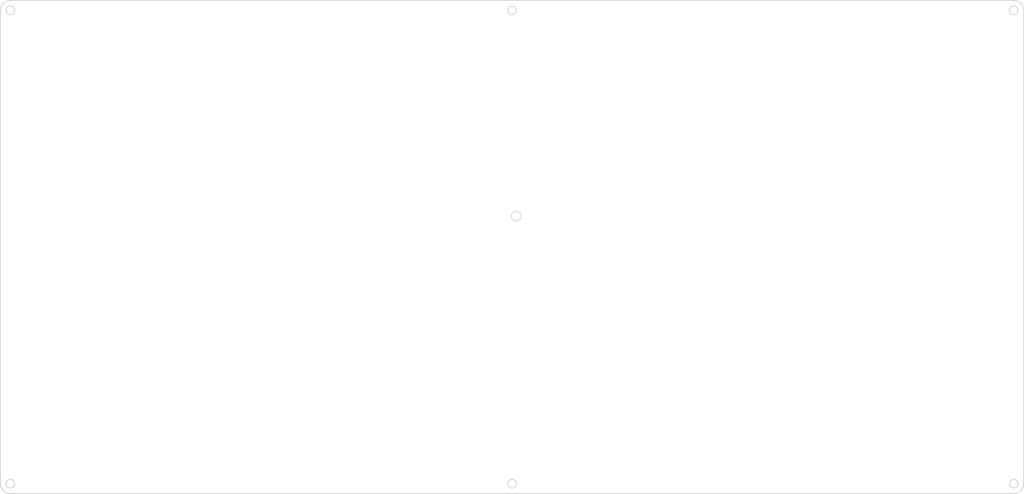
<source format=kicad_pcb>
(kicad_pcb (version 20171130) (host pcbnew 5.0.1)

  (general
    (thickness 1.6)
    (drawings 205)
    (tracks 0)
    (zones 0)
    (modules 0)
    (nets 1)
  )

  (page A4)
  (layers
    (0 F.Cu signal)
    (31 B.Cu signal)
    (32 B.Adhes user)
    (33 F.Adhes user)
    (34 B.Paste user)
    (35 F.Paste user)
    (36 B.SilkS user)
    (37 F.SilkS user)
    (38 B.Mask user)
    (39 F.Mask user)
    (40 Dwgs.User user)
    (41 Cmts.User user)
    (42 Eco1.User user)
    (43 Eco2.User user)
    (44 Edge.Cuts user)
    (45 Margin user)
    (46 B.CrtYd user)
    (47 F.CrtYd user)
    (48 B.Fab user)
    (49 F.Fab user)
  )

  (setup
    (last_trace_width 0.25)
    (trace_clearance 0.2)
    (zone_clearance 0.508)
    (zone_45_only no)
    (trace_min 0.2)
    (segment_width 0.2)
    (edge_width 0.15)
    (via_size 0.8)
    (via_drill 0.4)
    (via_min_size 0.4)
    (via_min_drill 0.3)
    (uvia_size 0.3)
    (uvia_drill 0.1)
    (uvias_allowed no)
    (uvia_min_size 0.2)
    (uvia_min_drill 0.1)
    (pcb_text_width 0.3)
    (pcb_text_size 1.5 1.5)
    (mod_edge_width 0.15)
    (mod_text_size 1 1)
    (mod_text_width 0.15)
    (pad_size 1.524 1.524)
    (pad_drill 0.762)
    (pad_to_mask_clearance 0.051)
    (solder_mask_min_width 0.25)
    (aux_axis_origin 0 0)
    (grid_origin 20.35 21.75)
    (visible_elements FFFFFF7F)
    (pcbplotparams
      (layerselection 0x010fc_ffffffff)
      (usegerberextensions false)
      (usegerberattributes false)
      (usegerberadvancedattributes false)
      (creategerberjobfile false)
      (excludeedgelayer true)
      (linewidth 0.100000)
      (plotframeref false)
      (viasonmask false)
      (mode 1)
      (useauxorigin false)
      (hpglpennumber 1)
      (hpglpenspeed 20)
      (hpglpendiameter 15.000000)
      (psnegative false)
      (psa4output false)
      (plotreference true)
      (plotvalue true)
      (plotinvisibletext false)
      (padsonsilk false)
      (subtractmaskfromsilk false)
      (outputformat 1)
      (mirror false)
      (drillshape 0)
      (scaleselection 1)
      (outputdirectory "fk-bottom/"))
  )

  (net 0 "")

  (net_class Default "This is the default net class."
    (clearance 0.2)
    (trace_width 0.25)
    (via_dia 0.8)
    (via_drill 0.4)
    (uvia_dia 0.3)
    (uvia_drill 0.1)
  )

  (gr_line (start 275.539 30.27487) (end 275.723 30.34387) (layer Edge.Cuts) (width 0.2))
  (gr_line (start 274.961 30.15987) (end 275.157 30.18387) (layer Edge.Cuts) (width 0.2))
  (gr_line (start 275.723 30.34387) (end 275.901 30.42487) (layer Edge.Cuts) (width 0.2))
  (gr_line (start 22.11585 154.452456) (end 21.91879 154.445566) (layer Edge.Cuts) (width 0.2))
  (gr_line (start 21.91879 154.445566) (end 21.72311 154.423517) (layer Edge.Cuts) (width 0.2))
  (gr_line (start 276.073 30.52087) (end 276.236 30.62987) (layer Edge.Cuts) (width 0.2))
  (gr_line (start 21.22563 152.60037) (end 21.46817 152.84291) (layer Edge.Cuts) (width 0.2))
  (gr_line (start 21.06854 152.29307) (end 21.22563 152.60037) (layer Edge.Cuts) (width 0.2))
  (gr_line (start 21.01617 151.95407) (end 21.06854 152.29307) (layer Edge.Cuts) (width 0.2))
  (gr_line (start 21.06854 151.6137) (end 21.01617 151.95407) (layer Edge.Cuts) (width 0.2))
  (gr_line (start 276.667 153.5774) (end 276.533 153.720716) (layer Edge.Cuts) (width 0.2))
  (gr_line (start 275.348 30.22287) (end 275.539 30.27487) (layer Edge.Cuts) (width 0.2))
  (gr_line (start 275.901 30.42487) (end 276.073 30.52087) (layer Edge.Cuts) (width 0.2))
  (gr_line (start 275.901 154.179604) (end 275.723 154.263665) (layer Edge.Cuts) (width 0.2))
  (gr_line (start 276.788 31.18287) (end 276.897 31.34487) (layer Edge.Cuts) (width 0.2))
  (gr_line (start 21.22563 151.30639) (end 21.06854 151.6137) (layer Edge.Cuts) (width 0.2))
  (gr_line (start 21.46817 151.06386) (end 21.22563 151.30639) (layer Edge.Cuts) (width 0.2))
  (gr_line (start 21.77547 150.90677) (end 21.46817 151.06386) (layer Edge.Cuts) (width 0.2))
  (gr_line (start 20.092885 31.18287) (end 20.214152 31.02887) (layer Edge.Cuts) (width 0.2))
  (gr_line (start 19.984021 31.34487) (end 20.092885 31.18287) (layer Edge.Cuts) (width 0.2))
  (gr_line (start 22.45484 153) (end 22.76215 152.84291) (layer Edge.Cuts) (width 0.2))
  (gr_line (start 22.11585 153.05375) (end 22.45484 153) (layer Edge.Cuts) (width 0.2))
  (gr_line (start 21.77547 153) (end 22.11585 153.05375) (layer Edge.Cuts) (width 0.2))
  (gr_line (start 21.46817 152.84291) (end 21.77547 153) (layer Edge.Cuts) (width 0.2))
  (gr_line (start 21.72311 30.18387) (end 21.91879 30.15987) (layer Edge.Cuts) (width 0.2))
  (gr_line (start 21.53156 30.22287) (end 21.72311 30.18387) (layer Edge.Cuts) (width 0.2))
  (gr_line (start 22.45484 150.90677) (end 22.11585 150.85438) (layer Edge.Cuts) (width 0.2))
  (gr_line (start 22.76215 151.06386) (end 22.45484 150.90677) (layer Edge.Cuts) (width 0.2))
  (gr_line (start 23.00468 151.30639) (end 22.76215 151.06386) (layer Edge.Cuts) (width 0.2))
  (gr_line (start 23.16177 151.6137) (end 23.00468 151.30639) (layer Edge.Cuts) (width 0.2))
  (gr_line (start 21.34277 30.27487) (end 21.53156 30.22287) (layer Edge.Cuts) (width 0.2))
  (gr_line (start 21.15811 30.34387) (end 21.34277 30.27487) (layer Edge.Cuts) (width 0.2))
  (gr_line (start 274.426 31.60587) (end 274.119 31.76287) (layer Edge.Cuts) (width 0.2))
  (gr_line (start 148.44 31.55387) (end 148.1 31.60587) (layer Edge.Cuts) (width 0.2))
  (gr_line (start 148.781 31.60587) (end 148.44 31.55387) (layer Edge.Cuts) (width 0.2))
  (gr_line (start 149.088 31.76287) (end 148.781 31.60587) (layer Edge.Cuts) (width 0.2))
  (gr_line (start 149.331 32.00587) (end 149.088 31.76287) (layer Edge.Cuts) (width 0.2))
  (gr_line (start 149.486 32.31287) (end 149.331 32.00587) (layer Edge.Cuts) (width 0.2))
  (gr_line (start 149.54 32.65287) (end 149.486 32.31287) (layer Edge.Cuts) (width 0.2))
  (gr_line (start 149.486 32.99187) (end 149.54 32.65287) (layer Edge.Cuts) (width 0.2))
  (gr_line (start 273.718 151.6137) (end 273.667 151.95407) (layer Edge.Cuts) (width 0.2))
  (gr_line (start 273.877 151.30639) (end 273.718 151.6137) (layer Edge.Cuts) (width 0.2))
  (gr_line (start 276.788 153.42306) (end 276.667 153.5774) (layer Edge.Cuts) (width 0.2))
  (gr_line (start 20.347823 30.88487) (end 20.491139 30.75187) (layer Edge.Cuts) (width 0.2))
  (gr_line (start 20.214152 31.02887) (end 20.347823 30.88487) (layer Edge.Cuts) (width 0.2))
  (gr_line (start 275.348 154.383554) (end 275.157 154.423517) (layer Edge.Cuts) (width 0.2))
  (gr_line (start 277.236 152.34544) (end 277.196 152.53698) (layer Edge.Cuts) (width 0.2))
  (gr_line (start 21.72311 154.423517) (end 21.53156 154.383554) (layer Edge.Cuts) (width 0.2))
  (gr_line (start 149.088 152.84291) (end 149.331 152.60037) (layer Edge.Cuts) (width 0.2))
  (gr_line (start 148.781 153) (end 149.088 152.84291) (layer Edge.Cuts) (width 0.2))
  (gr_line (start 20.491139 153.854387) (end 20.347823 153.720716) (layer Edge.Cuts) (width 0.2))
  (gr_line (start 276.236 153.975655) (end 276.073 154.084518) (layer Edge.Cuts) (width 0.2))
  (gr_line (start 277.196 32.06887) (end 277.236 32.26087) (layer Edge.Cuts) (width 0.2))
  (gr_line (start 20.64548 30.62987) (end 20.80809 30.52087) (layer Edge.Cuts) (width 0.2))
  (gr_line (start 20.491139 30.75187) (end 20.64548 30.62987) (layer Edge.Cuts) (width 0.2))
  (gr_line (start 147.55 32.00587) (end 147.395 32.31287) (layer Edge.Cuts) (width 0.2))
  (gr_line (start 147.794 31.76287) (end 147.55 32.00587) (layer Edge.Cuts) (width 0.2))
  (gr_line (start 148.1 31.60587) (end 147.794 31.76287) (layer Edge.Cuts) (width 0.2))
  (gr_line (start 22.11585 150.85438) (end 21.77547 150.90677) (layer Edge.Cuts) (width 0.2))
  (gr_line (start 149.331 151.30639) (end 149.088 151.06386) (layer Edge.Cuts) (width 0.2))
  (gr_line (start 149.486 151.6137) (end 149.331 151.30639) (layer Edge.Cuts) (width 0.2))
  (gr_line (start 149.54 151.95407) (end 149.486 151.6137) (layer Edge.Cuts) (width 0.2))
  (gr_line (start 274.765 154.452456) (end 22.11585 154.452456) (layer Edge.Cuts) (width 0.2))
  (gr_line (start 274.119 151.06386) (end 273.877 151.30639) (layer Edge.Cuts) (width 0.2))
  (gr_line (start 274.426 150.90677) (end 274.119 151.06386) (layer Edge.Cuts) (width 0.2))
  (gr_line (start 276.667 31.02887) (end 276.788 31.18287) (layer Edge.Cuts) (width 0.2))
  (gr_line (start 20.64548 153.975655) (end 20.491139 153.854387) (layer Edge.Cuts) (width 0.2))
  (gr_line (start 277.258 32.45587) (end 277.266 32.65287) (layer Edge.Cuts) (width 0.2))
  (gr_line (start 276.897 31.34487) (end 276.994 31.51787) (layer Edge.Cuts) (width 0.2))
  (gr_line (start 277.076 152.91043) (end 276.994 153.0882) (layer Edge.Cuts) (width 0.2))
  (gr_line (start 277.144 152.72577) (end 277.076 152.91043) (layer Edge.Cuts) (width 0.2))
  (gr_line (start 147.794 33.54187) (end 148.1 33.69887) (layer Edge.Cuts) (width 0.2))
  (gr_line (start 147.55 33.29987) (end 147.794 33.54187) (layer Edge.Cuts) (width 0.2))
  (gr_line (start 147.395 32.99187) (end 147.55 33.29987) (layer Edge.Cuts) (width 0.2))
  (gr_line (start 147.341 32.65287) (end 147.395 32.99187) (layer Edge.Cuts) (width 0.2))
  (gr_line (start 147.395 32.31287) (end 147.341 32.65287) (layer Edge.Cuts) (width 0.2))
  (gr_line (start 21.34277 154.331188) (end 21.15811 154.263665) (layer Edge.Cuts) (width 0.2))
  (gr_line (start 19.622975 152.14975) (end 19.614707 151.95407) (layer Edge.Cuts) (width 0.2))
  (gr_line (start 19.646402 152.34544) (end 19.622975 152.14975) (layer Edge.Cuts) (width 0.2))
  (gr_line (start 20.214152 153.5774) (end 20.092885 153.42306) (layer Edge.Cuts) (width 0.2))
  (gr_line (start 275.723 154.263665) (end 275.539 154.331188) (layer Edge.Cuts) (width 0.2))
  (gr_line (start 274.119 152.84291) (end 274.426 153) (layer Edge.Cuts) (width 0.2))
  (gr_line (start 273.877 152.60037) (end 274.119 152.84291) (layer Edge.Cuts) (width 0.2))
  (gr_line (start 149.486 152.29307) (end 149.54 151.95407) (layer Edge.Cuts) (width 0.2))
  (gr_line (start 149.331 152.60037) (end 149.486 152.29307) (layer Edge.Cuts) (width 0.2))
  (gr_line (start 275.413 151.06386) (end 275.106 150.90677) (layer Edge.Cuts) (width 0.2))
  (gr_line (start 275.656 151.30639) (end 275.413 151.06386) (layer Edge.Cuts) (width 0.2))
  (gr_line (start 20.80809 154.084518) (end 20.64548 153.975655) (layer Edge.Cuts) (width 0.2))
  (gr_line (start 277.236 32.26087) (end 277.258 32.45587) (layer Edge.Cuts) (width 0.2))
  (gr_line (start 22.11585 30.15187) (end 274.767 30.15287) (layer Edge.Cuts) (width 0.2))
  (gr_line (start 21.91879 30.15987) (end 22.11585 30.15187) (layer Edge.Cuts) (width 0.2))
  (gr_line (start 276.39 30.75187) (end 276.533 30.88487) (layer Edge.Cuts) (width 0.2))
  (gr_line (start 19.737352 31.87987) (end 19.806254 31.69487) (layer Edge.Cuts) (width 0.2))
  (gr_line (start 19.684987 32.06887) (end 19.737352 31.87987) (layer Edge.Cuts) (width 0.2))
  (gr_line (start 276.994 153.0882) (end 276.897 153.26045) (layer Edge.Cuts) (width 0.2))
  (gr_line (start 276.897 153.26045) (end 276.788 153.42306) (layer Edge.Cuts) (width 0.2))
  (gr_line (start 20.347823 153.720716) (end 20.214152 153.5774) (layer Edge.Cuts) (width 0.2))
  (gr_line (start 273.718 152.29307) (end 273.877 152.60037) (layer Edge.Cuts) (width 0.2))
  (gr_line (start 273.667 151.95407) (end 273.718 152.29307) (layer Edge.Cuts) (width 0.2))
  (gr_line (start 19.887557 31.51787) (end 19.984021 31.34487) (layer Edge.Cuts) (width 0.2))
  (gr_line (start 19.806254 31.69487) (end 19.887557 31.51787) (layer Edge.Cuts) (width 0.2))
  (gr_line (start 21.46817 33.54187) (end 21.77547 33.69887) (layer Edge.Cuts) (width 0.2))
  (gr_line (start 21.22563 33.29987) (end 21.46817 33.54187) (layer Edge.Cuts) (width 0.2))
  (gr_line (start 21.06854 32.99187) (end 21.22563 33.29987) (layer Edge.Cuts) (width 0.2))
  (gr_line (start 21.01617 32.65287) (end 21.06854 32.99187) (layer Edge.Cuts) (width 0.2))
  (gr_line (start 21.06854 32.31287) (end 21.01617 32.65287) (layer Edge.Cuts) (width 0.2))
  (gr_line (start 21.22563 32.00587) (end 21.06854 32.31287) (layer Edge.Cuts) (width 0.2))
  (gr_line (start 21.46817 31.76287) (end 21.22563 32.00587) (layer Edge.Cuts) (width 0.2))
  (gr_line (start 21.77547 31.60587) (end 21.46817 31.76287) (layer Edge.Cuts) (width 0.2))
  (gr_line (start 274.767 31.55387) (end 274.426 31.60587) (layer Edge.Cuts) (width 0.2))
  (gr_line (start 274.767 153.05375) (end 275.106 153) (layer Edge.Cuts) (width 0.2))
  (gr_line (start 274.426 153) (end 274.767 153.05375) (layer Edge.Cuts) (width 0.2))
  (gr_line (start 277.266 151.95269) (end 277.258 152.14975) (layer Edge.Cuts) (width 0.2))
  (gr_line (start 275.106 31.60587) (end 274.767 31.55387) (layer Edge.Cuts) (width 0.2))
  (gr_line (start 275.413 31.76287) (end 275.106 31.60587) (layer Edge.Cuts) (width 0.2))
  (gr_line (start 275.656 32.00587) (end 275.413 31.76287) (layer Edge.Cuts) (width 0.2))
  (gr_line (start 275.813 32.31287) (end 275.656 32.00587) (layer Edge.Cuts) (width 0.2))
  (gr_line (start 275.866 32.65287) (end 275.813 32.31287) (layer Edge.Cuts) (width 0.2))
  (gr_line (start 275.813 32.99187) (end 275.866 32.65287) (layer Edge.Cuts) (width 0.2))
  (gr_line (start 275.656 33.29987) (end 275.813 32.99187) (layer Edge.Cuts) (width 0.2))
  (gr_line (start 275.413 33.54187) (end 275.656 33.29987) (layer Edge.Cuts) (width 0.2))
  (gr_line (start 275.106 33.69887) (end 275.413 33.54187) (layer Edge.Cuts) (width 0.2))
  (gr_line (start 274.767 33.75287) (end 275.106 33.69887) (layer Edge.Cuts) (width 0.2))
  (gr_line (start 274.426 33.69887) (end 274.767 33.75287) (layer Edge.Cuts) (width 0.2))
  (gr_line (start 274.119 33.54187) (end 274.426 33.69887) (layer Edge.Cuts) (width 0.2))
  (gr_line (start 273.877 33.29987) (end 274.119 33.54187) (layer Edge.Cuts) (width 0.2))
  (gr_line (start 273.718 32.99187) (end 273.877 33.29987) (layer Edge.Cuts) (width 0.2))
  (gr_line (start 273.667 32.65287) (end 273.718 32.99187) (layer Edge.Cuts) (width 0.2))
  (gr_line (start 273.718 32.31287) (end 273.667 32.65287) (layer Edge.Cuts) (width 0.2))
  (gr_line (start 273.877 32.00587) (end 273.718 32.31287) (layer Edge.Cuts) (width 0.2))
  (gr_line (start 274.119 31.76287) (end 273.877 32.00587) (layer Edge.Cuts) (width 0.2))
  (gr_line (start 19.616085 32.65287) (end 19.622975 32.45587) (layer Edge.Cuts) (width 0.2))
  (gr_line (start 19.614707 151.95407) (end 19.616085 32.65287) (layer Edge.Cuts) (width 0.2))
  (gr_line (start 148.44 150.85438) (end 148.1 150.90677) (layer Edge.Cuts) (width 0.2))
  (gr_line (start 148.781 150.90677) (end 148.44 150.85438) (layer Edge.Cuts) (width 0.2))
  (gr_line (start 149.088 151.06386) (end 148.781 150.90677) (layer Edge.Cuts) (width 0.2))
  (gr_line (start 21.15811 154.263665) (end 20.98034 154.179604) (layer Edge.Cuts) (width 0.2))
  (gr_line (start 276.073 154.084518) (end 275.901 154.179604) (layer Edge.Cuts) (width 0.2))
  (gr_line (start 275.813 152.29307) (end 275.866 151.95407) (layer Edge.Cuts) (width 0.2))
  (gr_line (start 275.656 152.60037) (end 275.813 152.29307) (layer Edge.Cuts) (width 0.2))
  (gr_line (start 276.39 153.854387) (end 276.236 153.975655) (layer Edge.Cuts) (width 0.2))
  (gr_line (start 276.533 30.88487) (end 276.667 31.02887) (layer Edge.Cuts) (width 0.2))
  (gr_line (start 19.646402 32.26087) (end 19.684987 32.06887) (layer Edge.Cuts) (width 0.2))
  (gr_line (start 19.622975 32.45587) (end 19.646402 32.26087) (layer Edge.Cuts) (width 0.2))
  (gr_line (start 20.98034 30.42487) (end 21.15811 30.34387) (layer Edge.Cuts) (width 0.2))
  (gr_line (start 20.80809 30.52087) (end 20.98034 30.42487) (layer Edge.Cuts) (width 0.2))
  (gr_line (start 275.813 151.6137) (end 275.656 151.30639) (layer Edge.Cuts) (width 0.2))
  (gr_line (start 275.866 151.95407) (end 275.813 151.6137) (layer Edge.Cuts) (width 0.2))
  (gr_line (start 275.539 154.331188) (end 275.348 154.383554) (layer Edge.Cuts) (width 0.2))
  (gr_line (start 147.395 152.29307) (end 147.55 152.60037) (layer Edge.Cuts) (width 0.2))
  (gr_line (start 147.341 151.95407) (end 147.395 152.29307) (layer Edge.Cuts) (width 0.2))
  (gr_line (start 20.98034 154.179604) (end 20.80809 154.084518) (layer Edge.Cuts) (width 0.2))
  (gr_line (start 19.984021 153.26045) (end 19.887557 153.0882) (layer Edge.Cuts) (width 0.2))
  (gr_line (start 20.092885 153.42306) (end 19.984021 153.26045) (layer Edge.Cuts) (width 0.2))
  (gr_line (start 275.157 154.423517) (end 274.961 154.445566) (layer Edge.Cuts) (width 0.2))
  (gr_line (start 275.413 152.84291) (end 275.656 152.60037) (layer Edge.Cuts) (width 0.2))
  (gr_line (start 275.106 153) (end 275.413 152.84291) (layer Edge.Cuts) (width 0.2))
  (gr_line (start 274.961 154.445566) (end 274.765 154.452456) (layer Edge.Cuts) (width 0.2))
  (gr_line (start 23.21554 151.95407) (end 23.16177 151.6137) (layer Edge.Cuts) (width 0.2))
  (gr_line (start 23.16177 152.29307) (end 23.21554 151.95407) (layer Edge.Cuts) (width 0.2))
  (gr_line (start 23.00468 152.60037) (end 23.16177 152.29307) (layer Edge.Cuts) (width 0.2))
  (gr_line (start 22.76215 152.84291) (end 23.00468 152.60037) (layer Edge.Cuts) (width 0.2))
  (gr_line (start 277.144 31.87987) (end 277.196 32.06887) (layer Edge.Cuts) (width 0.2))
  (gr_line (start 149.331 33.29987) (end 149.486 32.99187) (layer Edge.Cuts) (width 0.2))
  (gr_line (start 149.088 33.54187) (end 149.331 33.29987) (layer Edge.Cuts) (width 0.2))
  (gr_line (start 148.781 33.69887) (end 149.088 33.54187) (layer Edge.Cuts) (width 0.2))
  (gr_line (start 148.44 33.75287) (end 148.781 33.69887) (layer Edge.Cuts) (width 0.2))
  (gr_line (start 148.1 33.69887) (end 148.44 33.75287) (layer Edge.Cuts) (width 0.2))
  (gr_circle (center 149.521 84.52687) (end 150.782223 84.52687) (layer Edge.Cuts) (width 0.2))
  (gr_line (start 22.11585 31.55387) (end 21.77547 31.60587) (layer Edge.Cuts) (width 0.2))
  (gr_line (start 22.45484 31.60587) (end 22.11585 31.55387) (layer Edge.Cuts) (width 0.2))
  (gr_line (start 277.258 152.14975) (end 277.236 152.34544) (layer Edge.Cuts) (width 0.2))
  (gr_line (start 147.794 152.84291) (end 148.1 153) (layer Edge.Cuts) (width 0.2))
  (gr_line (start 147.55 152.60037) (end 147.794 152.84291) (layer Edge.Cuts) (width 0.2))
  (gr_line (start 22.76215 31.76287) (end 22.45484 31.60587) (layer Edge.Cuts) (width 0.2))
  (gr_line (start 23.00468 32.00587) (end 22.76215 31.76287) (layer Edge.Cuts) (width 0.2))
  (gr_line (start 23.16177 32.31287) (end 23.00468 32.00587) (layer Edge.Cuts) (width 0.2))
  (gr_line (start 23.21554 32.65287) (end 23.16177 32.31287) (layer Edge.Cuts) (width 0.2))
  (gr_line (start 23.16177 32.99187) (end 23.21554 32.65287) (layer Edge.Cuts) (width 0.2))
  (gr_line (start 23.00468 33.29987) (end 23.16177 32.99187) (layer Edge.Cuts) (width 0.2))
  (gr_line (start 22.76215 33.54187) (end 23.00468 33.29987) (layer Edge.Cuts) (width 0.2))
  (gr_line (start 22.45484 33.69887) (end 22.76215 33.54187) (layer Edge.Cuts) (width 0.2))
  (gr_line (start 22.11585 33.75287) (end 22.45484 33.69887) (layer Edge.Cuts) (width 0.2))
  (gr_line (start 21.77547 33.69887) (end 22.11585 33.75287) (layer Edge.Cuts) (width 0.2))
  (gr_line (start 19.684987 152.53698) (end 19.646402 152.34544) (layer Edge.Cuts) (width 0.2))
  (gr_line (start 19.737352 152.72577) (end 19.684987 152.53698) (layer Edge.Cuts) (width 0.2))
  (gr_line (start 276.994 31.51787) (end 277.076 31.69487) (layer Edge.Cuts) (width 0.2))
  (gr_line (start 277.076 31.69487) (end 277.144 31.87987) (layer Edge.Cuts) (width 0.2))
  (gr_line (start 276.236 30.62987) (end 276.39 30.75187) (layer Edge.Cuts) (width 0.2))
  (gr_line (start 277.266 32.65287) (end 277.266 151.95269) (layer Edge.Cuts) (width 0.2))
  (gr_line (start 277.196 152.53698) (end 277.144 152.72577) (layer Edge.Cuts) (width 0.2))
  (gr_line (start 276.533 153.720716) (end 276.39 153.854387) (layer Edge.Cuts) (width 0.2))
  (gr_line (start 21.53156 154.383554) (end 21.34277 154.331188) (layer Edge.Cuts) (width 0.2))
  (gr_line (start 147.395 151.6137) (end 147.341 151.95407) (layer Edge.Cuts) (width 0.2))
  (gr_line (start 147.55 151.30639) (end 147.395 151.6137) (layer Edge.Cuts) (width 0.2))
  (gr_line (start 147.794 151.06386) (end 147.55 151.30639) (layer Edge.Cuts) (width 0.2))
  (gr_line (start 148.1 150.90677) (end 147.794 151.06386) (layer Edge.Cuts) (width 0.2))
  (gr_line (start 19.806254 152.91043) (end 19.737352 152.72577) (layer Edge.Cuts) (width 0.2))
  (gr_line (start 19.887557 153.0882) (end 19.806254 152.91043) (layer Edge.Cuts) (width 0.2))
  (gr_line (start 274.767 30.15287) (end 274.961 30.15987) (layer Edge.Cuts) (width 0.2))
  (gr_line (start 275.157 30.18387) (end 275.348 30.22287) (layer Edge.Cuts) (width 0.2))
  (gr_line (start 274.767 150.85438) (end 274.426 150.90677) (layer Edge.Cuts) (width 0.2))
  (gr_line (start 275.106 150.90677) (end 274.767 150.85438) (layer Edge.Cuts) (width 0.2))
  (gr_line (start 148.44 153.05375) (end 148.781 153) (layer Edge.Cuts) (width 0.2))
  (gr_line (start 148.1 153) (end 148.44 153.05375) (layer Edge.Cuts) (width 0.2))

)

</source>
